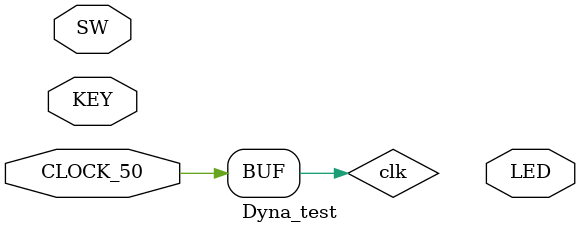
<source format=sv>


module Dyna_test(

	//////////// CLOCK //////////
	CLOCK_50,

	//////////// LED //////////
	LED,

	//////////// KEY //////////
	KEY,

	//////////// SW //////////
	SW 
);

//=======================================================
//  PARAMETER declarations
//=======================================================


//=======================================================
//  PORT declarations
//=======================================================

//////////// CLOCK //////////
input 		          		CLOCK_50;

//////////// LED //////////
output		     [7:0]		LED;

//////////// KEY //////////
input 		     [1:0]		KEY;

//////////// SW //////////
input 		     [3:0]		SW;


//=======================================================
//  REG/WIRE declarations
//=======================================================




//=======================================================
//  Structural coding
//=======================================================

logic [2:0] Rw_ad;
logic [31:0] Write_data, Read_data;
logic rxd, txd, dir, Debug, TXD_Done, Write_en, Read_en;
logic clk;
logic Reset;
logic [31:0] my_counter;
initial my_counter = 32'b0;
assign clk = CLOCK_50;

UART_Dynamixel Thierry(
	// NIOS signals
	.clk(CLOCK_50),
	.reset(Reset), // readData venant du SPI 
	.write_en(Write_en),
	.read_en(Read_en),
	.rw_ad(Rw_ad),
	.write_data(Write_data),
	.read_data(Read_data),
	// exported signals
	.RXD(rxd),
	.TXD(txd), 
	.UART_DIR(dir),
	.debug(Debug),
	.TXD_done(TXD_Done)
);

	typedef enum logic [2:0] {S0,S1,S2,S3,S4,S5,S6,S7} statetype;
	statetype state, nextstate;
	
// State Register & Bit counter & SPI Register & MISO
	/*always_ff @(posedge clk) begin
	
		if (KEY[0])			state <= S0;
		else 						state <= nextstate;
		
	end*/
	//Reset
	always_ff @(posedge clk) begin
	
		if(my_counter==32'd200000 || my_counter==32'd0)
		begin
			Reset <= 1'b1;
			my_counter <= 32'd1;
			state <= S0;
		end
		else 
		begin
			my_counter <= my_counter + 1;
			Reset <= 32'd0;
			state <= nextstate;
		end
		
	end
// Next State Logic

	always_comb begin
	
		// Default value
		nextstate = state;
		Rw_ad = 3'b000; 
		Write_data = 32'h00000000;
		Read_en = 1'b0;
		Write_en = 1'b0;
		
		case (state)
			S0	: 
						begin
							Rw_ad = 3'b101;
							Read_en = 1'b0;
							Write_en = 1'b1;
							Write_data = 32'he003_04fe;
							nextstate = S1;
						end
			S1 : begin			
					Rw_ad = 3'b110;
					Read_en = 1'b0;
					Write_en = 1'b1;
					Write_data = 32'h0000_0119;
					nextstate = S2;
					end
			S2 : begin 			
						Rw_ad = 3'b100;
						Read_en = 1'b0;
						Write_en = 1'b1;
						Write_data = 32'd1;
						nextstate = S3;
					end
//			S3: 	begin
//						Rw_ad = 3'b100;
//						Read_en = 1'b0;
//						Write_en = 1'b1;
//						Write_data = 32'd0;
//						nextstate = S4;
//					end	
			S3 : 	begin
						Rw_ad = 3'b100;
						Read_en = 1'b1;
						Write_en = 1'b0;
						if (Read_data[0]) //TXD_Done
							begin
								nextstate = S4;
							end
						else 
							begin
								nextstate = S3;
							end
					end		
			S4 : begin
						Rw_ad = 3'b000; // mettre read_data à 0 
						Read_en = 1'b1;
						Write_en = 1'b0;
						nextstate = S5;
					end				
			S5 : begin
						Rw_ad = 3'b000;
						Read_en = 1'b1;
						Write_en = 1'b0;
						if (Read_data[0]) //RXD_Done
							begin
								nextstate = S6;
							end
						else 
							begin
								nextstate = S5;
							end
					end			
				S6 : 	begin
						Rw_ad = 3'b001;
						Read_en = 1'b1;
						Write_en = 1'b0;
						nextstate = S7;
					end
				S7 : 	begin
						Rw_ad = 3'b010;
						Read_en = 1'b1;
						Write_en = 1'b0;
						nextstate = S7;
					end
		endcase
	end
endmodule

</source>
